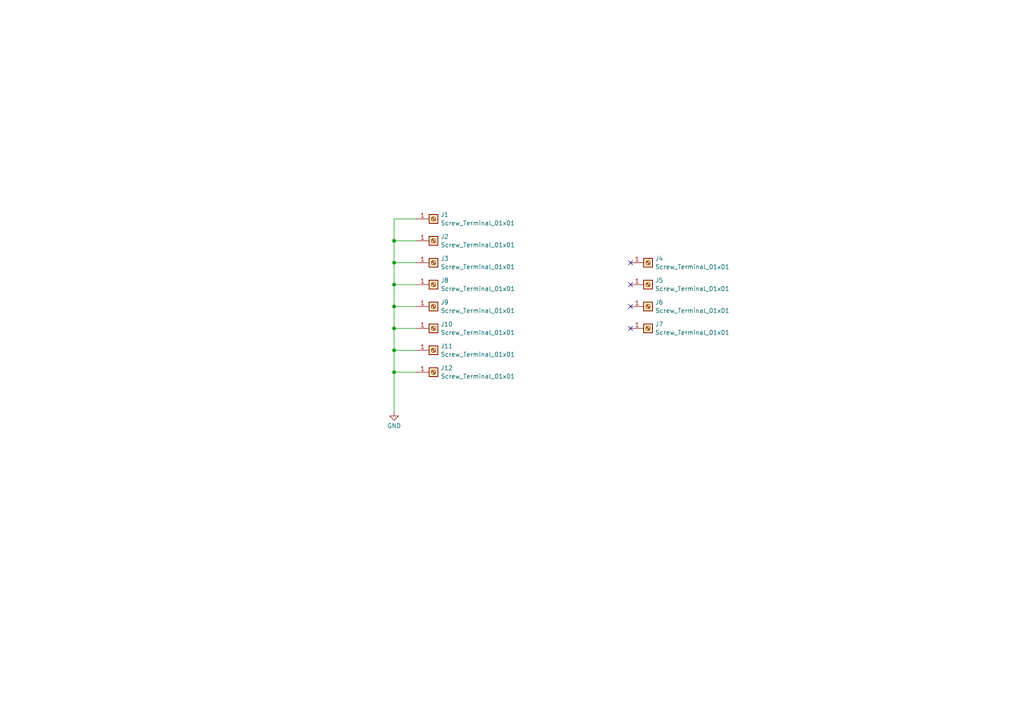
<source format=kicad_sch>
(kicad_sch (version 20231120) (generator "eeschema") (generator_version "8.0")
  (paper "A4")
  (lib_symbols
    (symbol "Connector:Screw_Terminal_01x01" (pin_names (offset 1.016) hide)
      (property "Reference" "J" (at 0 2.54 0))
      (property "Value" "Screw_Terminal_01x01" (at 0 -2.54 0))
      (symbol "Screw_Terminal_01x01_1_1"
        (rectangle (start -1.27 1.27) (end 1.27 -1.27) (stroke (width 0.254)) (fill (type background)))
        (polyline (pts (xy -0.5334 0.3302) (xy 0.3302 -0.508)) (stroke (width 0.1524)))
        (polyline (pts (xy -0.3556 0.508) (xy 0.508 -0.3302)) (stroke (width 0.1524)))
        (circle (center 0 0) (radius 0.635) (stroke (width 0.1524)))
        (pin passive line (at -5.08 0 0) (length 3.81) (name "Pin_1") (number "1"))
      )
    )
    (symbol "power:GND" (power) (pin_numbers hide) (pin_names (offset 0) hide)
      (property "Value" "GND" (at 0 -3.81 0))
      (symbol "GND_0_1"
        (polyline (pts (xy 0 0) (xy 0 -1.27) (xy 1.27 -1.27) (xy 0 -2.54) (xy -1.27 -1.27) (xy 0 -1.27)))
      )
      (symbol "GND_1_1"
        (pin power_in line (at 0 0 270) (length 0) (name "~") (number "1"))
      )
    )
  )
  (junction (at 114.3 69.85))
  (junction (at 114.3 82.55))
  (junction (at 114.3 107.95))
  (junction (at 114.3 101.6))
  (junction (at 114.3 95.25))
  (junction (at 114.3 76.2))
  (junction (at 114.3 88.9))
  (no_connect (at 182.88 95.25))
  (no_connect (at 182.88 88.9))
  (no_connect (at 182.88 82.55))
  (no_connect (at 182.88 76.2))
  (wire (pts (xy 114.3 107.95) (xy 114.3 101.6)))
  (wire (pts (xy 114.3 63.5) (xy 120.65 63.5)))
  (wire (pts (xy 114.3 76.2) (xy 120.65 76.2)))
  (wire (pts (xy 114.3 76.2) (xy 114.3 69.85)))
  (wire (pts (xy 114.3 69.85) (xy 114.3 63.5)))
  (wire (pts (xy 114.3 95.25) (xy 114.3 88.9)))
  (wire (pts (xy 114.3 101.6) (xy 114.3 95.25)))
  (wire (pts (xy 114.3 119.38) (xy 114.3 107.95)))
  (wire (pts (xy 114.3 95.25) (xy 120.65 95.25)))
  (wire (pts (xy 114.3 101.6) (xy 120.65 101.6)))
  (wire (pts (xy 114.3 88.9) (xy 120.65 88.9)))
  (wire (pts (xy 114.3 88.9) (xy 114.3 82.55)))
  (wire (pts (xy 114.3 69.85) (xy 120.65 69.85)))
  (wire (pts (xy 114.3 107.95) (xy 120.65 107.95)))
  (wire (pts (xy 114.3 82.55) (xy 120.65 82.55)))
  (wire (pts (xy 114.3 82.55) (xy 114.3 76.2)))
  (symbol (lib_id "Connector:Screw_Terminal_01x01") (at 187.96 82.55 0) (unit 1)
    (property "Reference" "J5" (at 189.992 81.3378 0) (effects (justify left)))
    (property "Value" "Screw_Terminal_01x01" (at 189.992 83.7621 0) (effects (justify left)))
    (property "Footprint" "Custom_FP:Wider_M3" (effects (hide yes)))
    (property "Description" "Generic screw terminal, single row, 01x01, script generated (kicad-library-utils/schlib/autogen/connector/)" (effects (hide yes)))
  )
  (symbol (lib_id "power:GND") (at 114.3 119.38 0) (unit 1)
    (property "Reference" "#PWR01" (effects (hide yes)))
    (property "Value" "GND" (at 114.3 123.5131 0))
    (property "Description" "Power symbol creates a global label with name \"GND\" , ground" (effects (hide yes)))
  )
  (symbol (lib_id "Connector:Screw_Terminal_01x01") (at 125.73 107.95 0) (unit 1)
    (property "Reference" "J12" (at 127.762 106.7378 0) (effects (justify left)))
    (property "Value" "Screw_Terminal_01x01" (at 127.762 109.1621 0) (effects (justify left)))
    (property "Footprint" "Custom_FP:JackHole_3.5mm" (effects (hide yes)))
    (property "Description" "Generic screw terminal, single row, 01x01, script generated (kicad-library-utils/schlib/autogen/connector/)" (effects (hide yes)))
  )
  (symbol (lib_id "Connector:Screw_Terminal_01x01") (at 187.96 76.2 0) (unit 1)
    (property "Reference" "J4" (at 189.992 74.9878 0) (effects (justify left)))
    (property "Value" "Screw_Terminal_01x01" (at 189.992 77.4121 0) (effects (justify left)))
    (property "Footprint" "Custom_FP:Wider_M3" (effects (hide yes)))
    (property "Description" "Generic screw terminal, single row, 01x01, script generated (kicad-library-utils/schlib/autogen/connector/)" (effects (hide yes)))
  )
  (symbol (lib_id "Connector:Screw_Terminal_01x01") (at 125.73 82.55 0) (unit 1)
    (property "Reference" "J8" (at 127.762 81.3378 0) (effects (justify left)))
    (property "Value" "Screw_Terminal_01x01" (at 127.762 83.7621 0) (effects (justify left)))
    (property "Footprint" "Custom_FP:JackHole_3.5mm" (effects (hide yes)))
    (property "Description" "Generic screw terminal, single row, 01x01, script generated (kicad-library-utils/schlib/autogen/connector/)" (effects (hide yes)))
  )
  (symbol (lib_id "Connector:Screw_Terminal_01x01") (at 125.73 69.85 0) (unit 1)
    (property "Reference" "J2" (at 127.762 68.6378 0) (effects (justify left)))
    (property "Value" "Screw_Terminal_01x01" (at 127.762 71.0621 0) (effects (justify left)))
    (property "Footprint" "Custom_FP:JackHole_3.5mm" (effects (hide yes)))
    (property "Description" "Generic screw terminal, single row, 01x01, script generated (kicad-library-utils/schlib/autogen/connector/)" (effects (hide yes)))
  )
  (symbol (lib_id "Connector:Screw_Terminal_01x01") (at 125.73 88.9 0) (unit 1)
    (property "Reference" "J9" (at 127.762 87.6878 0) (effects (justify left)))
    (property "Value" "Screw_Terminal_01x01" (at 127.762 90.1121 0) (effects (justify left)))
    (property "Footprint" "Custom_FP:JackHole_3.5mm" (effects (hide yes)))
    (property "Description" "Generic screw terminal, single row, 01x01, script generated (kicad-library-utils/schlib/autogen/connector/)" (effects (hide yes)))
  )
  (symbol (lib_id "Connector:Screw_Terminal_01x01") (at 125.73 101.6 0) (unit 1)
    (property "Reference" "J11" (at 127.762 100.3878 0) (effects (justify left)))
    (property "Value" "Screw_Terminal_01x01" (at 127.762 102.8121 0) (effects (justify left)))
    (property "Footprint" "Custom_FP:JackHole_3.5mm" (effects (hide yes)))
    (property "Description" "Generic screw terminal, single row, 01x01, script generated (kicad-library-utils/schlib/autogen/connector/)" (effects (hide yes)))
  )
  (symbol (lib_id "Connector:Screw_Terminal_01x01") (at 187.96 88.9 0) (unit 1)
    (property "Reference" "J6" (at 189.992 87.6878 0) (effects (justify left)))
    (property "Value" "Screw_Terminal_01x01" (at 189.992 90.1121 0) (effects (justify left)))
    (property "Footprint" "Custom_FP:Wider_M3" (effects (hide yes)))
    (property "Description" "Generic screw terminal, single row, 01x01, script generated (kicad-library-utils/schlib/autogen/connector/)" (effects (hide yes)))
  )
  (symbol (lib_id "Connector:Screw_Terminal_01x01") (at 125.73 63.5 0) (unit 1)
    (property "Reference" "J1" (at 127.762 62.2878 0) (effects (justify left)))
    (property "Value" "Screw_Terminal_01x01" (at 127.762 64.7121 0) (effects (justify left)))
    (property "Footprint" "Custom_FP:JackHole_3.5mm" (effects (hide yes)))
    (property "Description" "Generic screw terminal, single row, 01x01, script generated (kicad-library-utils/schlib/autogen/connector/)" (effects (hide yes)))
  )
  (symbol (lib_id "Connector:Screw_Terminal_01x01") (at 125.73 95.25 0) (unit 1)
    (property "Reference" "J10" (at 127.762 94.0378 0) (effects (justify left)))
    (property "Value" "Screw_Terminal_01x01" (at 127.762 96.4621 0) (effects (justify left)))
    (property "Footprint" "Custom_FP:JackHole_3.5mm" (effects (hide yes)))
    (property "Description" "Generic screw terminal, single row, 01x01, script generated (kicad-library-utils/schlib/autogen/connector/)" (effects (hide yes)))
  )
  (symbol (lib_id "Connector:Screw_Terminal_01x01") (at 187.96 95.25 0) (unit 1)
    (property "Reference" "J7" (at 189.992 94.0378 0) (effects (justify left)))
    (property "Value" "Screw_Terminal_01x01" (at 189.992 96.4621 0) (effects (justify left)))
    (property "Footprint" "Custom_FP:Wider_M3" (effects (hide yes)))
    (property "Description" "Generic screw terminal, single row, 01x01, script generated (kicad-library-utils/schlib/autogen/connector/)" (effects (hide yes)))
  )
  (symbol (lib_id "Connector:Screw_Terminal_01x01") (at 125.73 76.2 0) (unit 1)
    (property "Reference" "J3" (at 127.762 74.9878 0) (effects (justify left)))
    (property "Value" "Screw_Terminal_01x01" (at 127.762 77.4121 0) (effects (justify left)))
    (property "Footprint" "Custom_FP:JackHole_3.5mm" (effects (hide yes)))
    (property "Description" "Generic screw terminal, single row, 01x01, script generated (kicad-library-utils/schlib/autogen/connector/)" (effects (hide yes)))
  )
)
</source>
